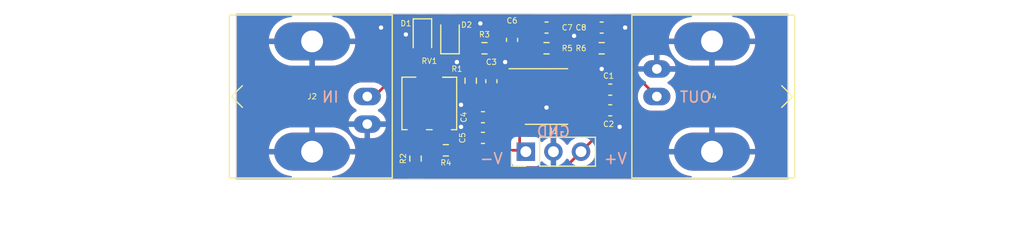
<source format=kicad_pcb>
(kicad_pcb (version 20221018) (generator pcbnew)
  (layers (0 "F.Cu" signal) (31 "B.Cu" power) (34 "B.Paste" user) (35 "F.Paste" user) (36 "B.SilkS" user "B.Silkscreen") (37 "F.SilkS" user "F.Silkscreen") (38 "B.Mask" user) (39 "F.Mask" user) (44 "Edge.Cuts" user))
  (net 0 "")
  (net 1 "GND")
  (net 2 "VCC")
  (net 3 "VSS")
  (net 4 "Net-(U1-+)")
  (net 5 "Net-(U1--)")
  (net 6 "Net-(C7-Pad1)")
  (net 7 "Net-(D1-A)")
  (net 8 "Net-(R2-Pad2)")
  (net 9 "Net-(R4-Pad1)")
  (net 10 "Net-(J4-In)")
  (footprint "Connector_PinHeader_2.54mm:PinHeader_1x03_P2.54mm_Vertical" (layer "F.Cu") (at 129.54 104.14 90)
    (fp_text reference "J1" (at 1.905 2.54 unlocked) (layer "F.SilkS") (effects (font (size 0.508 0.508) (thickness 0.0762))))
    (fp_text value "PWR")
    (fp_line (start -1.33 -1.33) (end 0 -1.33) (stroke (width 0.12)) (layer "F.SilkS"))
    (fp_line (start -1.33 0) (end -1.33 -1.33) (stroke (width 0.12)) (layer "F.SilkS"))
    (fp_line (start -1.33 1.27) (end -1.33 6.41) (stroke (width 0.12)) (layer "F.SilkS"))
    (fp_line (start -1.33 1.27) (end 1.33 1.27) (stroke (width 0.12)) (layer "F.SilkS"))
    (fp_line (start -1.33 6.41) (end 1.33 6.41) (stroke (width 0.12)) (layer "F.SilkS"))
    (fp_line (start 1.33 1.27) (end 1.33 6.41) (stroke (width 0.12)) (layer "F.SilkS"))
    (pad "1" thru_hole rect (at 0 0 90) (size 1.7 1.7) (drill 1) (layers "*.Cu" "*.Mask") (net 3 "VSS"))
    (pad "2" thru_hole oval (at 0 2.54 90) (size 1.7 1.7) (drill 1) (layers "*.Cu" "*.Mask") (net 1 "GND"))
    (pad "3" thru_hole oval (at 0 5.08 90) (size 1.7 1.7) (drill 1) (layers "*.Cu" "*.Mask") (net 2 "VCC"))
  )
  (footprint "Capacitor_SMD:C_0603_1608Metric" (layer "F.Cu") (at 126.365 97.65 -90)
    (fp_text reference "C3" (at -1.765 0 unlocked) (layer "F.SilkS") (effects (font (size 0.508 0.508) (thickness 0.0762))))
    (fp_text value "39pF")
    (fp_line (start -0.14058 -0.51) (end 0.14058 -0.51) (stroke (width 0.12)) (layer "F.SilkS"))
    (fp_line (start -0.14058 0.51) (end 0.14058 0.51) (stroke (width 0.12)) (layer "F.SilkS"))
    (pad "1" smd roundrect (at -0.775 0 270) (size 0.9 0.95) (layers "F.Cu" "F.Paste" "F.Mask") (net 1 "GND"))
    (pad "2" smd roundrect (at 0.775 0 270) (size 0.9 0.95) (layers "F.Cu" "F.Paste" "F.Mask") (net 4 "Net-(U1-+)"))
  )
  (footprint "Capacitor_SMD:C_0603_1608Metric" (layer "F.Cu") (at 125.59 100.965 180)
    (fp_text reference "C4" (at 1.765 0 90 unlocked) (layer "F.SilkS") (effects (font (size 0.508 0.508) (thickness 0.0762))))
    (fp_text value ".1uF")
    (fp_line (start -0.14058 -0.51) (end 0.14058 -0.51) (stroke (width 0.12)) (layer "F.SilkS"))
    (fp_line (start -0.14058 0.51) (end 0.14058 0.51) (stroke (width 0.12)) (layer "F.SilkS"))
    (pad "1" smd roundrect (at -0.775 0 180) (size 0.9 0.95) (layers "F.Cu" "F.Paste" "F.Mask") (net 3 "VSS"))
    (pad "2" smd roundrect (at 0.775 0 180) (size 0.9 0.95) (layers "F.Cu" "F.Paste" "F.Mask") (net 1 "GND"))
  )
  (footprint "Capacitor_SMD:C_0603_1608Metric" (layer "F.Cu") (at 125.59 102.87 180)
    (fp_text reference "C5" (at 1.892 0 90 unlocked) (layer "F.SilkS") (effects (font (size 0.508 0.508) (thickness 0.0762))))
    (fp_text value "10uF")
    (fp_line (start -0.14058 -0.51) (end 0.14058 -0.51) (stroke (width 0.12)) (layer "F.SilkS"))
    (fp_line (start -0.14058 0.51) (end 0.14058 0.51) (stroke (width 0.12)) (layer "F.SilkS"))
    (pad "1" smd roundrect (at -0.775 0 180) (size 0.9 0.95) (layers "F.Cu" "F.Paste" "F.Mask") (net 3 "VSS"))
    (pad "2" smd roundrect (at 0.775 0 180) (size 0.9 0.95) (layers "F.Cu" "F.Paste" "F.Mask") (net 1 "GND"))
  )
  (footprint "Resistor_SMD:R_0603_1608Metric" (layer "F.Cu") (at 119.38 104.775 90)
    (fp_text reference "R2" (at 0 -1.143 90 unlocked) (layer "F.SilkS") (effects (font (size 0.508 0.508) (thickness 0.0762))))
    (fp_text value "2.4M")
    (fp_line (start -0.237258 -0.5225) (end 0.237258 -0.5225) (stroke (width 0.12)) (layer "F.SilkS"))
    (fp_line (start -0.237258 0.5225) (end 0.237258 0.5225) (stroke (width 0.12)) (layer "F.SilkS"))
    (pad "1" smd roundrect (at -0.825 0 90) (size 0.8 0.95) (layers "F.Cu" "F.Paste" "F.Mask") (net 2 "VCC"))
    (pad "2" smd roundrect (at 0.825 0 90) (size 0.8 0.95) (layers "F.Cu" "F.Paste" "F.Mask") (net 8 "Net-(R2-Pad2)"))
  )
  (footprint "Resistor_SMD:R_0603_1608Metric" (layer "F.Cu") (at 122.174 104.013)
    (fp_text reference "R4" (at 0 1.143 unlocked) (layer "F.SilkS") (effects (font (size 0.508 0.508) (thickness 0.0762))))
    (fp_text value "2.4M")
    (fp_line (start -0.237258 -0.5225) (end 0.237258 -0.5225) (stroke (width 0.12)) (layer "F.SilkS"))
    (fp_line (start -0.237258 0.5225) (end 0.237258 0.5225) (stroke (width 0.12)) (layer "F.SilkS"))
    (pad "1" smd roundrect (at -0.825 0) (size 0.8 0.95) (layers "F.Cu" "F.Paste" "F.Mask") (net 9 "Net-(R4-Pad1)"))
    (pad "2" smd roundrect (at 0.825 0) (size 0.8 0.95) (layers "F.Cu" "F.Paste" "F.Mask") (net 3 "VSS"))
  )
  (footprint "Capacitor_SMD:C_0603_1608Metric" (layer "F.Cu") (at 136.525 92.71)
    (fp_text reference "C8" (at -1.905 0 unlocked) (layer "F.SilkS") (effects (font (size 0.508 0.508) (thickness 0.0762))))
    (fp_text value "47nF")
    (fp_line (start -0.14058 -0.51) (end 0.14058 -0.51) (stroke (width 0.12)) (layer "F.SilkS"))
    (fp_line (start -0.14058 0.51) (end 0.14058 0.51) (stroke (width 0.12)) (layer "F.SilkS"))
    (pad "1" smd roundrect (at -0.775 0) (size 0.9 0.95) (layers "F.Cu" "F.Paste" "F.Mask") (net 6 "Net-(C7-Pad1)"))
    (pad "2" smd roundrect (at 0.775 0) (size 0.9 0.95) (layers "F.Cu" "F.Paste" "F.Mask") (net 1 "GND"))
  )
  (footprint "Capacitor_SMD:C_0603_1608Metric" (layer "F.Cu") (at 137.3125 100.33)
    (fp_text reference "C2" (at -0.1525 1.27 unlocked) (layer "F.SilkS") (effects (font (size 0.508 0.508) (thickness 0.0762))))
    (fp_text value "10uF")
    (fp_line (start -0.14058 -0.51) (end 0.14058 -0.51) (stroke (width 0.12)) (layer "F.SilkS"))
    (fp_line (start -0.14058 0.51) (end 0.14058 0.51) (stroke (width 0.12)) (layer "F.SilkS"))
    (pad "1" smd roundrect (at -0.775 0) (size 0.9 0.95) (layers "F.Cu" "F.Paste" "F.Mask") (net 2 "VCC"))
    (pad "2" smd roundrect (at 0.775 0) (size 0.9 0.95) (layers "F.Cu" "F.Paste" "F.Mask") (net 1 "GND"))
  )
  (footprint "Capacitor_SMD:C_0603_1608Metric" (layer "F.Cu") (at 137.312501 98.425)
    (fp_text reference "C1" (at -0.152501 -1.27 unlocked) (layer "F.SilkS") (effects (font (size 0.508 0.508) (thickness 0.0762))))
    (fp_text value ".1uF")
    (fp_line (start -0.14058 -0.51) (end 0.14058 -0.51) (stroke (width 0.12)) (layer "F.SilkS"))
    (fp_line (start -0.14058 0.51) (end 0.14058 0.51) (stroke (width 0.12)) (layer "F.SilkS"))
    (pad "1" smd roundrect (at -0.775 0) (size 0.9 0.95) (layers "F.Cu" "F.Paste" "F.Mask") (net 2 "VCC"))
    (pad "2" smd roundrect (at 0.775 0) (size 0.9 0.95) (layers "F.Cu" "F.Paste" "F.Mask") (net 1 "GND"))
  )
  (footprint "Connector_Coaxial:BNC_Amphenol_B6252HB-NPP3G-50_Horizontal" (layer "F.Cu") (at 141.605 99.06 -90)
    (fp_text reference "J4" (at 0 -5.08 unlocked) (layer "F.SilkS") (effects (font (size 0.508 0.508) (thickness 0.0762))))
    (fp_text value "OUT")
    (fp_line (start -7.5 -12.7) (end 7.5 -12.7) (stroke (width 0.12)) (layer "F.SilkS"))
    (fp_line (start -7.5 2.3) (end -7.5 -12.7) (stroke (width 0.12)) (layer "F.SilkS"))
    (fp_line (start 0 -12.5) (end -1 -11.5) (stroke (width 0.12)) (layer "F.SilkS"))
    (fp_line (start 0 -12.5) (end 1 -11.5) (stroke (width 0.12)) (layer "F.SilkS"))
    (fp_line (start 7.5 -12.7) (end 7.5 2.3) (stroke (width 0.12)) (layer "F.SilkS"))
    (fp_line (start 7.5 2.3) (end -7.5 2.3) (stroke (width 0.12)) (layer "F.SilkS"))
    (pad "1" thru_hole oval (at 0 0 270) (size 1.6 2.5) (drill 0.89) (layers "*.Cu" "*.Mask") (net 10 "Net-(J4-In)"))
    (pad "2" thru_hole oval (at -5.08 -5.08 270) (size 3.5 7) (drill 2.01) (layers "*.Cu" "*.Mask") (net 1 "GND"))
    (pad "2" thru_hole oval (at -2.54 0 270) (size 1.6 2.5) (drill 0.89) (layers "*.Cu" "*.Mask") (net 1 "GND"))
    (pad "2" thru_hole oval (at 5.08 -5.08 270) (size 3.5 7) (drill 2.01) (layers "*.Cu" "*.Mask") (net 1 "GND"))
  )
  (footprint "Resistor_SMD:R_0603_1608Metric" (layer "F.Cu") (at 124.46 97.6 -90)
    (fp_text reference "R1" (at -1.08 1.27 unlocked) (layer "F.SilkS") (effects (font (size 0.508 0.508) (thickness 0.0762))))
    (fp_text value "360k")
    (fp_line (start -0.237258 -0.5225) (end 0.237258 -0.5225) (stroke (width 0.12)) (layer "F.SilkS"))
    (fp_line (start -0.237258 0.5225) (end 0.237258 0.5225) (stroke (width 0.12)) (layer "F.SilkS"))
    (pad "1" smd roundrect (at -0.825 0 270) (size 0.8 0.95) (layers "F.Cu" "F.Paste" "F.Mask") (net 1 "GND"))
    (pad "2" smd roundrect (at 0.825 0 270) (size 0.8 0.95) (layers "F.Cu" "F.Paste" "F.Mask") (net 4 "Net-(U1-+)"))
  )
  (footprint "Package_SO:SOIC-8_3.9x4.9mm_P1.27mm" (layer "F.Cu") (at 131.445 99.06)
    (fp_text reference "U1" hide)
    (fp_text value "TLV3541" hide)
    (fp_line (start 0 -2.56) (end -3.45 -2.56) (stroke (width 0.12)) (layer "F.SilkS"))
    (fp_line (start 0 -2.56) (end 1.95 -2.56) (stroke (width 0.12)) (layer "F.SilkS"))
    (fp_line (start 0 2.56) (end -1.95 2.56) (stroke (width 0.12)) (layer "F.SilkS"))
    (fp_line (start 0 2.56) (end 1.95 2.56) (stroke (width 0.12)) (layer "F.SilkS"))
    (pad "1" smd roundrect (at -2.475 -1.905) (size 1.95 0.6) (layers "F.Cu" "F.Paste" "F.Mask"))
    (pad "2" smd roundrect (at -2.475 -0.635) (size 1.95 0.6) (layers "F.Cu" "F.Paste" "F.Mask") (net 5 "Net-(U1--)"))
    (pad "3" smd roundrect (at -2.475 0.635) (size 1.95 0.6) (layers "F.Cu" "F.Paste" "F.Mask") (net 4 "Net-(U1-+)"))
    (pad "4" smd roundrect (at -2.475 1.905) (size 1.95 0.6) (layers "F.Cu" "F.Paste" "F.Mask") (net 3 "VSS"))
    (pad "5" smd roundrect (at 2.475 1.905) (size 1.95 0.6) (layers "F.Cu" "F.Paste" "F.Mask"))
    (pad "6" smd roundrect (at 2.475 0.635) (size 1.95 0.6) (layers "F.Cu" "F.Paste" "F.Mask") (net 6 "Net-(C7-Pad1)"))
    (pad "7" smd roundrect (at 2.475 -0.635) (size 1.95 0.6) (layers "F.Cu" "F.Paste" "F.Mask") (net 2 "VCC"))
    (pad "8" smd roundrect (at 2.475 -1.905) (size 1.95 0.6) (layers "F.Cu" "F.Paste" "F.Mask"))
  )
  (footprint "Resistor_SMD:R_0603_1608Metric" (layer "F.Cu") (at 136.525 94.615 180)
    (fp_text reference "R6" (at 1.905 0 unlocked) (layer "F.SilkS") (effects (font (size 0.508 0.508) (thickness 0.0762))))
    (fp_text value "50")
    (fp_line (start -0.237258 -0.5225) (end 0.237258 -0.5225) (stroke (width 0.12)) (layer "F.SilkS"))
    (fp_line (start -0.237258 0.5225) (end 0.237258 0.5225) (stroke (width 0.12)) (layer "F.SilkS"))
    (pad "1" smd roundrect (at -0.825 0 180) (size 0.8 0.95) (layers "F.Cu" "F.Paste" "F.Mask") (net 10 "Net-(J4-In)"))
    (pad "2" smd roundrect (at 0.825 0 180) (size 0.8 0.95) (layers "F.Cu" "F.Paste" "F.Mask") (net 6 "Net-(C7-Pad1)"))
  )
  (footprint "Capacitor_SMD:C_0603_1608Metric" (layer "F.Cu") (at 128.27 93.84 90)
    (fp_text reference "C6" (at 1.765 0 unlocked) (layer "F.SilkS") (effects (font (size 0.508 0.508) (thickness 0.0762))))
    (fp_text value "47nF")
    (fp_line (start -0.14058 -0.51) (end 0.14058 -0.51) (stroke (width 0.12)) (layer "F.SilkS"))
    (fp_line (start -0.14058 0.51) (end 0.14058 0.51) (stroke (width 0.12)) (layer "F.SilkS"))
    (pad "1" smd roundrect (at -0.775 0 90) (size 0.9 0.95) (layers "F.Cu" "F.Paste" "F.Mask") (net 5 "Net-(U1--)"))
    (pad "2" smd roundrect (at 0.775 0 90) (size 0.9 0.95) (layers "F.Cu" "F.Paste" "F.Mask") (net 1 "GND"))
  )
  (footprint "Resistor_SMD:R_0603_1608Metric" (layer "F.Cu") (at 125.73 94.615 180)
    (fp_text reference "R3" (at 0 1.27 unlocked) (layer "F.SilkS") (effects (font (size 0.508 0.508) (thickness 0.0762))))
    (fp_text value "36")
    (fp_line (start -0.237258 -0.5225) (end 0.237258 -0.5225) (stroke (width 0.12)) (layer "F.SilkS"))
    (fp_line (start -0.237258 0.5225) (end 0.237258 0.5225) (stroke (width 0.12)) (layer "F.SilkS"))
    (pad "1" smd roundrect (at -0.825 0 180) (size 0.8 0.95) (layers "F.Cu" "F.Paste" "F.Mask") (net 5 "Net-(U1--)"))
    (pad "2" smd roundrect (at 0.825 0 180) (size 0.8 0.95) (layers "F.Cu" "F.Paste" "F.Mask") (net 7 "Net-(D1-A)"))
  )
  (footprint "Diode_SMD:D_SOD-323F" (layer "F.Cu") (at 120.015 93.515 -90)
    (fp_text reference "D1" (at -1.186 1.524 unlocked) (layer "F.SilkS") (effects (font (size 0.508 0.508) (thickness 0.0762))))
    (fp_text value "D")
    (fp_line (start -1.61 -0.85) (end -1.61 0.85) (stroke (width 0.12)) (layer "F.SilkS"))
    (fp_line (start -1.61 -0.85) (end 1.05 -0.85) (stroke (width 0.12)) (layer "F.SilkS"))
    (fp_line (start -1.61 0.85) (end 1.05 0.85) (stroke (width 0.12)) (layer "F.SilkS"))
    (pad "1" smd roundrect (at -1.1 0 270) (size 0.5 0.5) (layers "F.Cu" "F.Paste" "F.Mask") (net 1 "GND"))
    (pad "2" smd roundrect (at 1.1 0 270) (size 0.5 0.5) (layers "F.Cu" "F.Paste" "F.Mask") (net 7 "Net-(D1-A)"))
  )
  (footprint "Resistor_SMD:R_0603_1608Metric" (layer "F.Cu") (at 131.445 94.615)
    (fp_text reference "R5" (at 1.905 0 unlocked) (layer "F.SilkS") (effects (font (size 0.508 0.508) (thickness 0.0762))))
    (fp_text value "270k")
    (fp_line (start -0.237258 -0.5225) (end 0.237258 -0.5225) (stroke (width 0.12)) (layer "F.SilkS"))
    (fp_line (start -0.237258 0.5225) (end 0.237258 0.5225) (stroke (width 0.12)) (layer "F.SilkS"))
    (pad "1" smd roundrect (at -0.825 0) (size 0.8 0.95) (layers "F.Cu" "F.Paste" "F.Mask") (net 5 "Net-(U1--)"))
    (pad "2" smd roundrect (at 0.825 0) (size 0.8 0.95) (layers "F.Cu" "F.Paste" "F.Mask") (net 6 "Net-(C7-Pad1)"))
  )
  (footprint "Capacitor_SMD:C_0603_1608Metric" (layer "F.Cu") (at 131.445 92.71 180)
    (fp_text reference "C7" (at -1.905 0 unlocked) (layer "F.SilkS") (effects (font (size 0.508 0.508) (thickness 0.0762))))
    (fp_text value "39pF")
    (fp_line (start -0.14058 -0.51) (end 0.14058 -0.51) (stroke (width 0.12)) (layer "F.SilkS"))
    (fp_line (start -0.14058 0.51) (end 0.14058 0.51) (stroke (width 0.12)) (layer "F.SilkS"))
    (pad "1" smd roundrect (at -0.775 0 180) (size 0.9 0.95) (layers "F.Cu" "F.Paste" "F.Mask") (net 6 "Net-(C7-Pad1)"))
    (pad "2" smd roundrect (at 0.775 0 180) (size 0.9 0.95) (layers "F.Cu" "F.Paste" "F.Mask") (net 5 "Net-(U1--)"))
  )
  (footprint "Connector_Coaxial:BNC_Amphenol_B6252HB-NPP3G-50_Horizontal" (layer "F.Cu") (at 114.935 99.06 90)
    (fp_text reference "J2" (at 0 -5.08 unlocked) (layer "F.SilkS") (effects (font (size 0.508 0.508) (thickness 0.0762))))
    (fp_text value "IN")
    (fp_line (start -7.5 -12.7) (end 7.5 -12.7) (stroke (width 0.12)) (layer "F.SilkS"))
    (fp_line (start -7.5 2.3) (end -7.5 -12.7) (stroke (width 0.12)) (layer "F.SilkS"))
    (fp_line (start 0 -12.5) (end -1 -11.5) (stroke (width 0.12)) (layer "F.SilkS"))
    (fp_line (start 0 -12.5) (end 1 -11.5) (stroke (width 0.12)) (layer "F.SilkS"))
    (fp_line (start 7.5 -12.7) (end 7.5 2.3) (stroke (width 0.12)) (layer "F.SilkS"))
    (fp_line (start 7.5 2.3) (end -7.5 2.3) (stroke (width 0.12)) (layer "F.SilkS"))
    (pad "1" thru_hole oval (at 0 0 90) (size 1.6 2.5) (drill 0.89) (layers "*.Cu" "*.Mask") (net 7 "Net-(D1-A)"))
    (pad "2" thru_hole oval (at -5.08 -5.08 90) (size 3.5 7) (drill 2.01) (layers "*.Cu" "*.Mask") (net 1 "GND"))
    (pad "2" thru_hole oval (at -2.54 0 90) (size 1.6 2.5) (drill 0.89) (layers "*.Cu" "*.Mask") (net 1 "GND"))
    (pad "2" thru_hole oval (at 5.08 -5.08 90) (size 3.5 7) (drill 2.01) (layers "*.Cu" "*.Mask") (net 1 "GND"))
  )
  (footprint "Diode_SMD:D_SOD-323F" (layer "F.Cu") (at 122.555 93.515 90)
    (fp_text reference "D2" (at 1.059 1.524 unlocked) (layer "F.SilkS") (effects (font (size 0.508 0.508) (thickness 0.0762))))
    (fp_text value "D")
    (fp_line (start -1.61 -0.85) (end -1.61 0.85) (stroke (width 0.12)) (layer "F.SilkS"))
    (fp_line (start -1.61 -0.85) (end 1.05 -0.85) (stroke (width 0.12)) (layer "F.SilkS"))
    (fp_line (start -1.61 0.85) (end 1.05 0.85) (stroke (width 0.12)) (layer "F.SilkS"))
    (pad "1" smd roundrect (at -1.1 0 90) (size 0.5 0.5) (layers "F.Cu" "F.Paste" "F.Mask") (net 7 "Net-(D1-A)"))
    (pad "2" smd roundrect (at 1.1 0 90) (size 0.5 0.5) (layers "F.Cu" "F.Paste" "F.Mask") (net 1 "GND"))
  )
  (footprint "Potentiometer_SMD:Potentiometer_Bourns_3214J_Horizontal" (layer "F.Cu") (at 120.65 99.695 -90)
    (fp_text reference "RV1" (at -3.905 0 unlocked) (layer "F.SilkS") (effects (font (size 0.508 0.508) (thickness 0.0762))))
    (fp_text value "100k")
    (fp_line (start -2.42 -2.52) (end -2.42 -1.24) (stroke (width 0.12)) (layer "F.SilkS"))
    (fp_line (start -2.42 -2.52) (end 2.42 -2.52) (stroke (width 0.12)) (layer "F.SilkS"))
    (fp_line (start -2.42 -2.14) (end -2.42 -2.14) (stroke (width 0.12)) (layer "F.SilkS"))
    (fp_line (start -2.42 -2.14) (end -2.42 -1.24) (stroke (width 0.12)) (layer "F.SilkS"))
    (fp_line (start -2.42 -2.14) (end -2.42 -1.24) (stroke (width 0.12)) (layer "F.SilkS"))
    (fp_line (start -2.42 1.24) (end -2.42 2.52) (stroke (width 0.12)) (layer "F.SilkS"))
    (fp_line (start -2.42 2.52) (end 2.42 2.52) (stroke (width 0.12)) (layer "F.SilkS"))
    (fp_line (start 2.42 -2.52) (end 2.42 -2.04) (stroke (width 0.12)) (layer "F.SilkS"))
    (fp_line (start 2.42 -0.26) (end 2.42 0.26) (stroke (width 0.12)) (layer "F.SilkS"))
    (fp_line (start 2.42 2.04) (end 2.42 2.52) (stroke (width 0.12)) (layer "F.SilkS"))
    (pad "1" smd rect (at 2 -1.15 270) (size 2 1.3) (layers "F.Cu" "F.Paste" "F.Mask") (net 9 "Net-(R4-Pad1)"))
    (pad "2" smd rect (at -2 0 270) (size 2 2) (layers "F.Cu" "F.Paste" "F.Mask") (net 4 "Net-(U1-+)"))
    (pad "3" smd rect (at 2 1.15 270) (size 2 1.3) (layers "F.Cu" "F.Paste" "F.Mask") (net 8 "Net-(R2-Pad2)"))
  )
  (gr_rect (start 102.87 91.44) (end 153.67 106.68) (stroke (width 0.1)) (fill none) (layer "Edge.Cuts"))
  (gr_text "V-" (at 126.365 104.775) (layer "B.SilkS") (effects (font (size 1.00076 1.00076) (thickness 0.150114)) (justify mirror)))
  (gr_text "IN" (at 112.395 99.695) (layer "B.SilkS") (effects (font (size 1 1)) (justify left bottom mirror)))
  (gr_text "V+" (at 137.795 104.775) (layer "B.SilkS") (effects (font (size 1.00076 1.00076) (thickness 0.150114)) (justify mirror)))
  (gr_text "GND" (at 132.08 102.87) (layer "B.SilkS") (effects (font (size 1 1)) (justify bottom mirror)))
  (gr_text "OUT" (at 146.685 99.695) (layer "B.SilkS") (effects (font (size 1 1)) (justify left bottom mirror)))
  (via (at 118.491 93.345) (size 0.8) (drill 0.4) (layers "F.Cu" "B.Cu") (net 1))
  (via (at 123.19 95.885) (size 0.8) (drill 0.4) (layers "F.Cu" "B.Cu") (net 1))
  (via (at 123.571 99.822) (size 0.8) (drill 0.4) (layers "F.Cu" "B.Cu") (net 1))
  (via (at 127.635 95.885) (size 0.8) (drill 0.4) (layers "F.Cu" "B.Cu") (net 1))
  (via (at 131.445 100.076) (size 0.8) (drill 0.4) (layers "F.Cu" "B.Cu") (net 1))
  (via (at 133.985 93.472) (size 0.8) (drill 0.4) (layers "F.Cu" "B.Cu") (net 1))
  (via (at 138.176 101.854) (size 0.8) (drill 0.4) (layers "F.Cu" "B.Cu") (net 1))
  (via (at 125.349 92.329) (size 0.8) (drill 0.4) (layers "F.Cu" "B.Cu") (net 1))
  (via (at 138.684 92.71) (size 0.8) (drill 0.4) (layers "F.Cu" "B.Cu") (net 1))
  (via (at 116.205 92.71) (size 0.8) (drill 0.4) (layers "F.Cu" "B.Cu") (net 1))
  (via (at 123.571 101.854) (size 0.8) (drill 0.4) (layers "F.Cu" "B.Cu") (net 1))
  (via (at 136.525 96.52) (size 0.8) (drill 0.4) (layers "F.Cu" "B.Cu") (net 1))
  (segment (start 136.5375 100.33) (end 136.537501 98.425) (width 0.25) (layer "F.Cu") (net 2))
  (segment (start 134.145 98.425) (end 136.525 98.425) (width 0.25) (layer "F.Cu") (net 2))
  (segment (start 134.62 104.14) (end 136.5375 102.2225) (width 0.25) (layer "F.Cu") (net 2))
  (segment (start 133.16 105.6) (end 134.62 104.14) (width 0.25) (layer "F.Cu") (net 2))
  (segment (start 136.5375 102.2225) (end 136.5375 100.33) (width 0.25) (layer "F.Cu") (net 2))
  (segment (start 119.38 105.6) (end 133.16 105.6) (width 0.25) (layer "F.Cu") (net 2))
  (segment (start 129.413 104.013) (end 129.54 104.14) (width 0.25) (layer "F.Cu") (net 3))
  (segment (start 128.745 100.965) (end 126.365 100.965) (width 0.25) (layer "F.Cu") (net 3))
  (segment (start 126.365 104.013) (end 129.413 104.013) (width 0.25) (layer "F.Cu") (net 3))
  (segment (start 128.97 100.965) (end 128.97 103.57) (width 0.25) (layer "F.Cu") (net 3))
  (segment (start 122.999 104.013) (end 126.365 104.013) (width 0.25) (layer "F.Cu") (net 3))
  (segment (start 128.97 103.57) (end 129.54 104.14) (width 0.25) (layer "F.Cu") (net 3))
  (segment (start 123.126 104.14) (end 122.999 104.013) (width 0.25) (layer "F.Cu") (net 3))
  (segment (start 126.365 102.87) (end 126.365 100.965) (width 0.25) (layer "F.Cu") (net 3))
  (segment (start 127.635 99.695) (end 126.365 98.425) (width 0.25) (layer "F.Cu") (net 4))
  (segment (start 120.65 98.425) (end 124.46 98.425) (width 0.25) (layer "F.Cu") (net 4))
  (segment (start 126.365 98.425) (end 124.46 98.425) (width 0.25) (layer "F.Cu") (net 4))
  (segment (start 128.745 99.695) (end 127.635 99.695) (width 0.25) (layer "F.Cu") (net 4))
  (segment (start 130.62 94.615) (end 130.62 92.76) (width 0.25) (layer "F.Cu") (net 5))
  (segment (start 130.6575 97.2875) (end 130.6575 94.615) (width 0.25) (layer "F.Cu") (net 5))
  (segment (start 128.27 94.615) (end 126.5175 94.615) (width 0.25) (layer "F.Cu") (net 5))
  (segment (start 130.62 94.615) (end 128.27 94.615) (width 0.25) (layer "F.Cu") (net 5))
  (segment (start 130.6575 97.9425) (end 130.6575 97.2875) (width 0.25) (layer "F.Cu") (net 5))
  (segment (start 130.175 98.425) (end 130.6575 97.9425) (width 0.25) (layer "F.Cu") (net 5))
  (segment (start 130.62 92.76) (end 130.67 92.71) (width 0.25) (layer "F.Cu") (net 5))
  (segment (start 128.745 98.425) (end 129.52 98.425) (width 0.25) (layer "F.Cu") (net 5))
  (segment (start 128.97 98.425) (end 130.175 98.425) (width 0.25) (layer "F.Cu") (net 5))
  (segment (start 132.2325 99.2125) (end 132.2325 94.615) (width 0.25) (layer "F.Cu") (net 6))
  (segment (start 135.7 94.615) (end 135.7 92.76) (width 0.25) (layer "F.Cu") (net 6))
  (segment (start 132.715 99.695) (end 132.2325 99.2125) (width 0.25) (layer "F.Cu") (net 6))
  (segment (start 135.7 92.76) (end 135.75 92.71) (width 0.25) (layer "F.Cu") (net 6))
  (segment (start 134.145 99.695) (end 133.37 99.695) (width 0.25) (layer "F.Cu") (net 6))
  (segment (start 133.92 99.695) (end 132.715 99.695) (width 0.25) (layer "F.Cu") (net 6))
  (segment (start 132.27 92.76) (end 132.22 92.71) (width 0.25) (layer "F.Cu") (net 6))
  (segment (start 135.7 94.615) (end 132.27 94.615) (width 0.25) (layer "F.Cu") (net 6))
  (segment (start 132.27 94.615) (end 132.27 92.76) (width 0.25) (layer "F.Cu") (net 6))
  (segment (start 122.555 94.615) (end 120.015 94.615) (width 0.25) (layer "F.Cu") (net 7))
  (segment (start 114.935 99.06) (end 115.57 99.06) (width 0.25) (layer "F.Cu") (net 7))
  (segment (start 115.57 99.06) (end 120.015 94.615) (width 0.25) (layer "F.Cu") (net 7))
  (segment (start 122.555 94.615) (end 124.9425 94.615) (width 0.25) (layer "F.Cu") (net 7))
  (segment (start 119.38 103.95) (end 119.38 101.815) (width 0.25) (layer "F.Cu") (net 8))
  (segment (start 119.38 102.545) (end 119.5 102.425) (width 0.25) (layer "F.Cu") (net 8))
  (segment (start 119.38 101.815) (end 119.5 101.695) (width 0.25) (layer "F.Cu") (net 8))
  (segment (start 121.92 102.545) (end 121.8 102.425) (width 0.25) (layer "F.Cu") (net 9))
  (segment (start 121.349 102.146) (end 121.8 101.695) (width 0.25) (layer "F.Cu") (net 9))
  (segment (start 121.349 104.013) (end 121.349 102.146) (width 0.25) (layer "F.Cu") (net 9))
  (segment (start 141.605 99.06) (end 137.35 94.805) (width 0.25) (layer "F.Cu") (net 10))
  (segment (start 142.24 99.06) (end 141.1225 99.06) (width 0.25) (layer "F.Cu") (net 10))
  (segment (start 137.35 94.805) (end 137.35 94.615) (width 0.25) (layer "F.Cu") (net 10))
  (zone (net 1) (net_name "GND") (layers "F&B.Cu") (connect_pads (clearance 0.508)) (min_thickness 0.25) (fill yes (thermal_gap 0.5) (thermal_bridge_width 0.5))
    (polygon (pts (xy 100.965 90.17) (xy 155.575 90.17) (xy 155.575 112.395) (xy 100.965 112.395)))
  )
)
</source>
